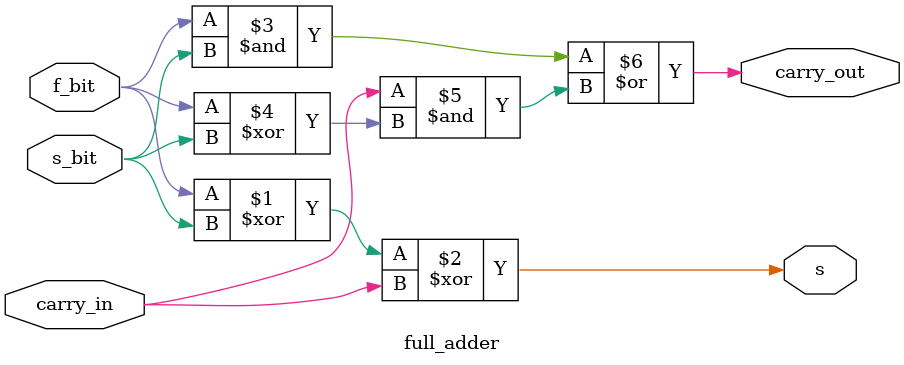
<source format=v>
module ripple_carry_adder(f_nibble, s_nibble, carry_in, carry_out, sum);
    input [3:0] f_nibble;
    input [3:0] s_nibble;
    input carry_in;
    output carry_out;
    output [3:0] sum;

    wire [2:0] ripple_carry_sig;

    full_adder lsb(f_nibble[0], s_nibble[0], carry_in, ripple_carry_sig[0], sum[0]);
    full_adder second_bit(f_nibble[1], s_nibble[1], ripple_carry_sig[0], ripple_carry_sig[1], sum[1]);
    full_adder third_bit(f_nibble[2], s_nibble[2], ripple_carry_sig[1], ripple_carry_sig[2], sum[2]);
    full_adder msb(f_nibble[3], s_nibble[3], ripple_carry_sig[2], carry_out, sum[3]);

endmodule


module full_adder(f_bit, s_bit, carry_in, carry_out, s);
    input f_bit;
    input s_bit;
    input carry_in;
    output s;
    output carry_out;


    assign s = f_bit ^ s_bit ^ carry_in;
    assign carry_out = (f_bit & s_bit) | (carry_in & (f_bit ^ s_bit));
endmodule

</source>
